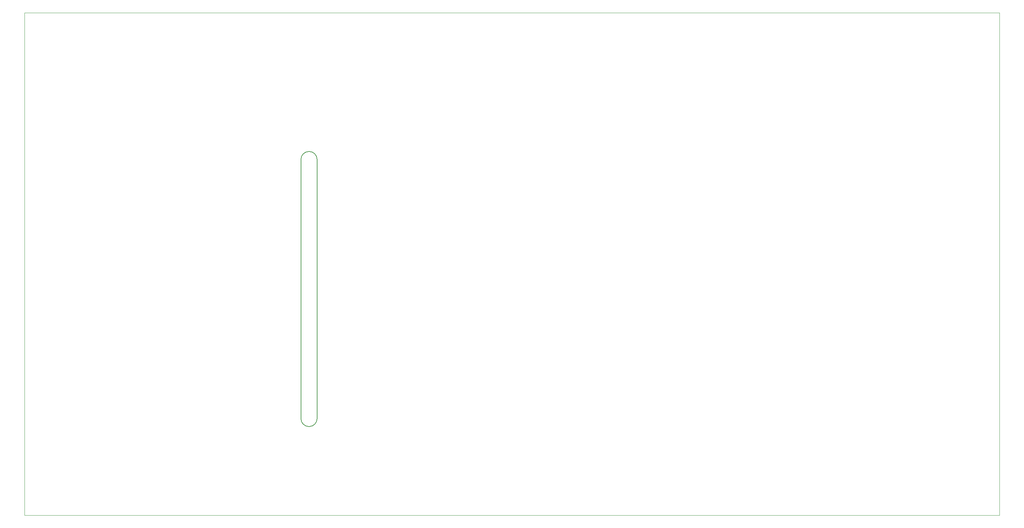
<source format=gm1>
G04 #@! TF.GenerationSoftware,KiCad,Pcbnew,8.0.5*
G04 #@! TF.CreationDate,2025-04-14T13:42:12-04:00*
G04 #@! TF.ProjectId,Big Daddy,42696720-4461-4646-9479-2e6b69636164,rev?*
G04 #@! TF.SameCoordinates,Original*
G04 #@! TF.FileFunction,Profile,NP*
%FSLAX46Y46*%
G04 Gerber Fmt 4.6, Leading zero omitted, Abs format (unit mm)*
G04 Created by KiCad (PCBNEW 8.0.5) date 2025-04-14 13:42:12*
%MOMM*%
%LPD*%
G01*
G04 APERTURE LIST*
G04 #@! TA.AperFunction,Profile*
%ADD10C,0.100000*%
G04 #@! TD*
G04 #@! TA.AperFunction,Profile*
%ADD11C,0.200000*%
G04 #@! TD*
G04 APERTURE END LIST*
D10*
X63000000Y-60750000D02*
X308700000Y-60750000D01*
X308700000Y-187400000D01*
X63000000Y-187400000D01*
X63000000Y-60750000D01*
D11*
X136713002Y-163047955D02*
G75*
G02*
X134713001Y-165048002I-2000002J-45D01*
G01*
X132649002Y-163047955D02*
X132649003Y-97705955D01*
X136713003Y-97705955D02*
X136713002Y-163047955D01*
X134649002Y-165047955D02*
G75*
G02*
X132649045Y-163047955I-2J1999955D01*
G01*
X134713001Y-95705953D02*
G75*
G02*
X136713047Y-97705955I-1J-2000047D01*
G01*
X132649003Y-97705955D02*
G75*
G02*
X134649002Y-95706003I1999997J-45D01*
G01*
X134649002Y-95705954D02*
X134713001Y-95705953D01*
X134713001Y-165047956D02*
X134649002Y-165047955D01*
M02*

</source>
